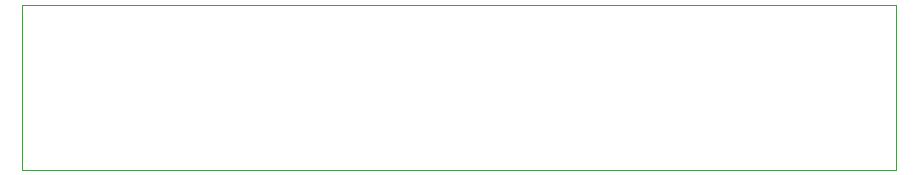
<source format=gbr>
%TF.GenerationSoftware,KiCad,Pcbnew,6.0.4*%
%TF.CreationDate,2022-04-30T16:21:23-07:00*%
%TF.ProjectId,pcb,7063622e-6b69-4636-9164-5f7063625858,rev?*%
%TF.SameCoordinates,Original*%
%TF.FileFunction,Profile,NP*%
%FSLAX46Y46*%
G04 Gerber Fmt 4.6, Leading zero omitted, Abs format (unit mm)*
G04 Created by KiCad (PCBNEW 6.0.4) date 2022-04-30 16:21:23*
%MOMM*%
%LPD*%
G01*
G04 APERTURE LIST*
%TA.AperFunction,Profile*%
%ADD10C,0.100000*%
%TD*%
G04 APERTURE END LIST*
D10*
X122000000Y-116000000D02*
X196000000Y-116000000D01*
X196000000Y-116000000D02*
X196000000Y-102000000D01*
X196000000Y-102000000D02*
X122000000Y-102000000D01*
X122000000Y-102000000D02*
X122000000Y-116000000D01*
M02*

</source>
